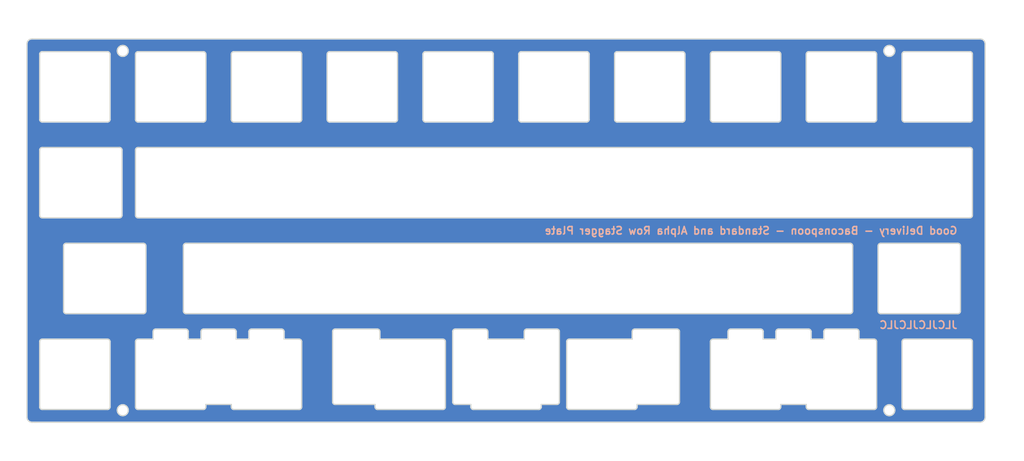
<source format=kicad_pcb>
(kicad_pcb (version 20221018) (generator pcbnew)
  (layers (0 "F.Cu" signal) (31 "B.Cu" signal) (34 "B.Paste" user) (35 "F.Paste" user) (36 "B.SilkS" user "B.Silkscreen") (37 "F.SilkS" user "F.Silkscreen") (38 "B.Mask" user) (39 "F.Mask" user) (44 "Edge.Cuts" user))
  (net 0 "")
  (gr_curve (pts (xy 107.703268 125.467492) (xy 107.97941 125.467492) (xy 108.203268 125.243634) (xy 108.203268 124.967492)) (stroke (width 0.25)) (layer "Edge.Cuts"))
  (gr_line (start 88.653263 68.317507) (end 75.653263 68.317507) (stroke (width 0.25)) (layer "Edge.Cuts"))
  (gr_curve (pts (xy 243.07826 127.99251) (xy 243.630545 127.99251) (xy 244.07826 127.544795) (xy 244.07826 126.99251)) (stroke (width 0.25)) (layer "Edge.Cuts"))
  (gr_curve (pts (xy 241.553263 124.967512) (xy 241.553263 125.243654) (xy 241.329405 125.467512) (xy 241.053263 125.467512)) (stroke (width 0.25)) (layer "Edge.Cuts"))
  (gr_curve (pts (xy 108.203268 111.967492) (xy 108.203268 111.691349) (xy 107.97941 111.467492) (xy 107.703268 111.467492)) (stroke (width 0.25)) (layer "Edge.Cuts"))
  (gr_curve (pts (xy 56.603263 87.367502) (xy 56.32712 87.367502) (xy 56.103263 87.143644) (xy 56.103263 86.867502)) (stroke (width 0.25)) (layer "Edge.Cuts"))
  (gr_line (start 72.484263 73.867502) (end 72.484263 86.867502) (stroke (width 0.25)) (layer "Edge.Cuts"))
  (gr_line (start 132.803268 54.317507) (end 145.803268 54.317507) (stroke (width 0.25)) (layer "Edge.Cuts"))
  (gr_line (start 127.253258 54.817507) (end 127.253258 67.817507) (stroke (width 0.25)) (layer "Edge.Cuts"))
  (gr_curve (pts (xy 76.733838 92.417489) (xy 77.009981 92.417489) (xy 77.233838 92.641347) (xy 77.233838 92.917489)) (stroke (width 0.25)) (layer "Edge.Cuts"))
  (gr_curve (pts (xy 183.903253 54.317507) (xy 184.179395 54.317507) (xy 184.403253 54.541364) (xy 184.403253 54.817507)) (stroke (width 0.25)) (layer "Edge.Cuts"))
  (gr_line (start 193.453253 109.4679) (end 199.453253 109.4679) (stroke (width 0.25)) (layer "Edge.Cuts"))
  (gr_line (start 113.253258 67.817507) (end 113.253258 54.817507) (stroke (width 0.25)) (layer "Edge.Cuts"))
  (gr_curve (pts (xy 85.17776 106.417509) (xy 84.901618 106.417509) (xy 84.67776 106.193651) (xy 84.67776 105.917509)) (stroke (width 0.25)) (layer "Edge.Cuts"))
  (gr_curve (pts (xy 227.553263 111.967512) (xy 227.553263 111.691369) (xy 227.77712 111.467512) (xy 228.053263 111.467512)) (stroke (width 0.25)) (layer "Edge.Cuts"))
  (gr_line (start 217.24076 106.417509) (end 85.17776 106.417509) (stroke (width 0.25)) (layer "Edge.Cuts"))
  (gr_line (start 94.703273 54.317507) (end 107.703273 54.317507) (stroke (width 0.25)) (layer "Edge.Cuts"))
  (gr_curve (pts (xy 227.553273 54.817507) (xy 227.553273 54.541364) (xy 227.77713 54.317507) (xy 228.053273 54.317507)) (stroke (width 0.25)) (layer "Edge.Cuts"))
  (gr_curve (pts (xy 158.940263 124.467895) (xy 159.216405 124.467895) (xy 159.440263 124.244038) (xy 159.440263 123.967895)) (stroke (width 0.25)) (layer "Edge.Cuts"))
  (gr_line (start 189.953253 111.467492) (end 192.953253 111.467491) (stroke (width 0.25)) (layer "Edge.Cuts"))
  (gr_line (start 94.203273 67.817507) (end 94.203273 54.817507) (stroke (width 0.25)) (layer "Edge.Cuts"))
  (gr_line (start 228.053273 54.317507) (end 241.053273 54.317507) (stroke (width 0.25)) (layer "Edge.Cuts"))
  (gr_line (start 155.828268 124.467894) (end 158.940263 124.467895) (stroke (width 0.25)) (layer "Edge.Cuts"))
  (gr_line (start 239.171741 92.917497) (end 239.171741 105.917497) (stroke (width 0.25)) (layer "Edge.Cuts"))
  (gr_line (start 152.440263 109.967895) (end 152.440263 111.467489) (stroke (width 0.25)) (layer "Edge.Cuts"))
  (gr_curve (pts (xy 94.703273 68.317507) (xy 94.42713 68.317507) (xy 94.203273 68.093649) (xy 94.203273 67.817507)) (stroke (width 0.25)) (layer "Edge.Cuts"))
  (gr_line (start 241.053253 87.367502) (end 75.653253 87.367502) (stroke (width 0.25)) (layer "Edge.Cuts"))
  (gr_line (start 107.703268 111.467492) (end 104.703268 111.467491) (stroke (width 0.25)) (layer "Edge.Cuts"))
  (gr_line (start 77.233838 92.917489) (end 77.233838 105.917489) (stroke (width 0.25)) (layer "Edge.Cuts"))
  (gr_line (start 54.578259 127.992509) (end 55.16576 127.99251) (stroke (width 0.25)) (layer "Edge.Cuts"))
  (gr_line (start 126.753258 68.317507) (end 113.753258 68.317507) (stroke (width 0.25)) (layer "Edge.Cuts"))
  (gr_line (start 209.478258 111.467491) (end 212.003248 111.467491) (stroke (width 0.25)) (layer "Edge.Cuts"))
  (gr_circle (center 72.62826 125.61126) (end 73.72826 125.61126) (stroke (width 0.25)) (fill none) (layer "Edge.Cuts"))
  (gr_line (start 222.503273 54.817507) (end 222.503273 67.817507) (stroke (width 0.25)) (layer "Edge.Cuts"))
  (gr_line (start 75.153253 86.867502) (end 75.153253 73.867502) (stroke (width 0.25)) (layer "Edge.Cuts"))
  (gr_line (start 138.216263 109.967895) (end 138.216263 123.967895) (stroke (width 0.25)) (layer "Edge.Cuts"))
  (gr_line (start 222.790741 105.917497) (end 222.790741 92.917497) (stroke (width 0.25)) (layer "Edge.Cuts"))
  (gr_line (start 71.984263 87.367502) (end 56.603263 87.367502) (stroke (width 0.25)) (layer "Edge.Cuts"))
  (gr_curve (pts (xy 146.303268 67.817507) (xy 146.303268 68.093649) (xy 146.07941 68.317507) (xy 145.803268 68.317507)) (stroke (width 0.25)) (layer "Edge.Cuts"))
  (gr_line (start 108.203268 124.967492) (end 108.203268 111.967492) (stroke (width 0.25)) (layer "Edge.Cuts"))
  (gr_line (start 88.178263 111.467491) (end 85.653273 111.467491) (stroke (width 0.25)) (layer "Edge.Cuts"))
  (gr_line (start 202.953253 125.467492) (end 189.953253 125.467492) (stroke (width 0.25)) (layer "Edge.Cuts"))
  (gr_curve (pts (xy 70.103253 67.817507) (xy 70.103253 68.093649) (xy 69.879395 68.317507) (xy 69.603253 68.317507)) (stroke (width 0.25)) (layer "Edge.Cuts"))
  (gr_curve (pts (xy 145.803268 54.317507) (xy 146.07941 54.317507) (xy 146.303268 54.541364) (xy 146.303268 54.817507)) (stroke (width 0.25)) (layer "Edge.Cuts"))
  (gr_line (start 141.828268 124.467894) (end 141.828268 124.967492) (stroke (width 0.25)) (layer "Edge.Cuts"))
  (gr_circle (center 225.02826 125.61126) (end 226.12826 125.61126) (stroke (width 0.25)) (fill none) (layer "Edge.Cuts"))
  (gr_line (start 182.816268 124.467895) (end 174.878268 124.467894) (stroke (width 0.25)) (layer "Edge.Cuts"))
  (gr_curve (pts (xy 123.753253 109.967895) (xy 123.753253 109.691753) (xy 123.529395 109.467895) (xy 123.253253 109.467895)) (stroke (width 0.25)) (layer "Edge.Cuts"))
  (gr_curve (pts (xy 183.316268 123.967895) (xy 183.316268 124.244038) (xy 183.09241 124.467895) (xy 182.816268 124.467895)) (stroke (width 0.25)) (layer "Edge.Cuts"))
  (gr_line (start 227.553273 67.817507) (end 227.553273 54.817507) (stroke (width 0.25)) (layer "Edge.Cuts"))
  (gr_line (start 123.278253 125.467492) (end 136.278253 125.467492) (stroke (width 0.25)) (layer "Edge.Cuts"))
  (gr_curve (pts (xy 208.503273 54.817507) (xy 208.503273 54.541364) (xy 208.72713 54.317507) (xy 209.003273 54.317507)) (stroke (width 0.25)) (layer "Edge.Cuts"))
  (gr_curve (pts (xy 222.003273 54.317507) (xy 222.279415 54.317507) (xy 222.503273 54.541364) (xy 222.503273 54.817507)) (stroke (width 0.25)) (layer "Edge.Cuts"))
  (gr_line (start 69.603248 125.467492) (end 56.603248 125.467492) (stroke (width 0.25)) (layer "Edge.Cuts"))
  (gr_line (start 56.103248 124.967492) (end 56.103248 111.967492) (stroke (width 0.25)) (layer "Edge.Cuts"))
  (gr_line (start 113.753258 54.317507) (end 126.753258 54.317507) (stroke (width 0.25)) (layer "Edge.Cuts"))
  (gr_line (start 192.953253 111.467491) (end 192.953253 109.9679) (stroke (width 0.25)) (layer "Edge.Cuts"))
  (gr_line (start 104.703268 111.467491) (end 104.703268 109.9679) (stroke (width 0.25)) (layer "Edge.Cuts"))
  (gr_line (start 78.653273 109.9679) (end 78.653273 111.467491) (stroke (width 0.25)) (layer "Edge.Cuts"))
  (gr_curve (pts (xy 189.453263 54.817507) (xy 189.453263 54.541364) (xy 189.67712 54.317507) (xy 189.953263 54.317507)) (stroke (width 0.25)) (layer "Edge.Cuts"))
  (gr_line (start 184.403253 54.817507) (end 184.403253 67.817507) (stroke (width 0.25)) (layer "Edge.Cuts"))
  (gr_line (start 174.378268 125.467492) (end 161.378268 125.467492) (stroke (width 0.25)) (layer "Edge.Cuts"))
  (gr_curve (pts (xy 182.816268 109.467895) (xy 183.09241 109.467895) (xy 183.316268 109.691753) (xy 183.316268 109.967895)) (stroke (width 0.25)) (layer "Edge.Cuts"))
  (gr_curve (pts (xy 136.278253 125.467492) (xy 136.554395 125.467492) (xy 136.778253 125.243634) (xy 136.778253 124.967492)) (stroke (width 0.25)) (layer "Edge.Cuts"))
  (gr_line (start 152.440263 111.467489) (end 145.216263 111.467489) (stroke (width 0.25)) (layer "Edge.Cuts"))
  (gr_line (start 189.453263 67.817507) (end 189.453263 54.817507) (stroke (width 0.25)) (layer "Edge.Cuts"))
  (gr_line (start 94.678263 109.4679) (end 88.678263 109.4679) (stroke (width 0.25)) (layer "Edge.Cuts"))
  (gr_line (start 104.203268 109.4679) (end 98.203268 109.4679) (stroke (width 0.25)) (layer "Edge.Cuts"))
  (gr_line (start 84.67776 105.917509) (end 84.67776 92.917509) (stroke (width 0.25)) (layer "Edge.Cuts"))
  (gr_line (start 212.503248 109.4679) (end 218.503248 109.4679) (stroke (width 0.25)) (layer "Edge.Cuts"))
  (gr_curve (pts (xy 165.353278 67.817507) (xy 165.353278 68.093649) (xy 165.12942 68.317507) (xy 164.853278 68.317507)) (stroke (width 0.25)) (layer "Edge.Cuts"))
  (gr_curve (pts (xy 88.653263 54.317507) (xy 88.929405 54.317507) (xy 89.153263 54.541364) (xy 89.153263 54.817507)) (stroke (width 0.25)) (layer "Edge.Cuts"))
  (gr_line (start 199.953253 111.467491) (end 202.478258 111.467491) (stroke (width 0.25)) (layer "Edge.Cuts"))
  (gr_curve (pts (xy 108.203273 67.817507) (xy 108.203273 68.093649) (xy 107.979415 68.317507) (xy 107.703273 68.317507)) (stroke (width 0.25)) (layer "Edge.Cuts"))
  (gr_line (start 89.153263 54.817507) (end 89.153263 67.817507) (stroke (width 0.25)) (layer "Edge.Cuts"))
  (gr_line (start 75.153263 67.817507) (end 75.153263 54.817507) (stroke (width 0.25)) (layer "Edge.Cuts"))
  (gr_curve (pts (xy 212.003248 109.9679) (xy 212.003248 109.691758) (xy 212.227105 109.4679) (xy 212.503248 109.4679)) (stroke (width 0.25)) (layer "Edge.Cuts"))
  (gr_curve (pts (xy 159.440263 109.967895) (xy 159.440263 109.691753) (xy 159.216405 109.467895) (xy 158.940263 109.467895)) (stroke (width 0.25)) (layer "Edge.Cuts"))
  (gr_curve (pts (xy 184.403253 67.817507) (xy 184.403253 68.093649) (xy 184.179395 68.317507) (xy 183.903253 68.317507)) (stroke (width 0.25)) (layer "Edge.Cuts"))
  (gr_line (start 189.953263 54.317507) (end 202.953263 54.317507) (stroke (width 0.25)) (layer "Edge.Cuts"))
  (gr_line (start 159.440263 123.967895) (end 159.440263 109.967895) (stroke (width 0.25)) (layer "Edge.Cuts"))
  (gr_curve (pts (xy 241.053273 54.317507) (xy 241.329415 54.317507) (xy 241.553273 54.541364) (xy 241.553273 54.817507)) (stroke (width 0.25)) (layer "Edge.Cuts"))
  (gr_line (start 75.653263 54.317507) (end 88.653263 54.317507) (stroke (width 0.25)) (layer "Edge.Cuts"))
  (gr_line (start 56.603248 111.467492) (end 69.603248 111.467492) (stroke (width 0.25)) (layer "Edge.Cuts"))
  (gr_curve (pts (xy 85.653273 109.9679) (xy 85.653273 109.691758) (xy 85.429415 109.4679) (xy 85.153273 109.4679)) (stroke (width 0.25)) (layer "Edge.Cuts"))
  (gr_curve (pts (xy 241.553253 86.867502) (xy 241.553253 87.143644) (xy 241.329395 87.367502) (xy 241.053253 87.367502)) (stroke (width 0.25)) (layer "Edge.Cuts"))
  (gr_curve (pts (xy 75.653253 87.367502) (xy 75.37711 87.367502) (xy 75.153253 87.143644) (xy 75.153253 86.867502)) (stroke (width 0.25)) (layer "Edge.Cuts"))
  (gr_line (start 123.753253 111.467512) (end 123.753253 109.967895) (stroke (width 0.25)) (layer "Edge.Cuts"))
  (gr_line (start 151.853278 54.317507) (end 164.853278 54.317507) (stroke (width 0.25)) (layer "Edge.Cuts"))
  (gr_curve (pts (xy 56.103253 54.817507) (xy 56.103253 54.541364) (xy 56.32711 54.317507) (xy 56.603253 54.317507)) (stroke (width 0.25)) (layer "Edge.Cuts"))
  (gr_curve (pts (xy 218.503248 109.4679) (xy 218.77939 109.4679) (xy 219.003248 109.691758) (xy 219.003248 109.9679)) (stroke (width 0.25)) (layer "Edge.Cuts"))
  (gr_curve (pts (xy 56.603253 68.317507) (xy 56.32711 68.317507) (xy 56.103253 68.093649) (xy 56.103253 67.817507)) (stroke (width 0.25)) (layer "Edge.Cuts"))
  (gr_curve (pts (xy 138.716263 109.467895) (xy 138.44012 109.467895) (xy 138.216263 109.691753) (xy 138.216263 109.967895)) (stroke (width 0.25)) (layer "Edge.Cuts"))
  (gr_line (start 202.953263 68.317507) (end 189.953263 68.317507) (stroke (width 0.25)) (layer "Edge.Cuts"))
  (gr_curve (pts (xy 113.753258 68.317507) (xy 113.477115 68.317507) (xy 113.253258 68.093649) (xy 113.253258 67.817507)) (stroke (width 0.25)) (layer "Edge.Cuts"))
  (gr_curve (pts (xy 75.153253 73.867502) (xy 75.153253 73.591359) (xy 75.37711 73.367502) (xy 75.653253 73.367502)) (stroke (width 0.25)) (layer "Edge.Cuts"))
  (gr_line (start 94.203268 124.467902) (end 94.203268 124.967492) (stroke (width 0.25)) (layer "Edge.Cuts"))
  (gr_curve (pts (xy 122.778253 124.967492) (xy 122.778253 125.243634) (xy 123.00211 125.467492) (xy 123.278253 125.467492)) (stroke (width 0.25)) (layer "Edge.Cuts"))
  (gr_curve (pts (xy 127.253258 67.817507) (xy 127.253258 68.093649) (xy 127.0294 68.317507) (xy 126.753258 68.317507)) (stroke (width 0.25)) (layer "Edge.Cuts"))
  (gr_line (start 241.553253 73.867502) (end 241.553253 86.867502) (stroke (width 0.25)) (layer "Edge.Cuts"))
  (gr_curve (pts (xy 151.853278 68.317507) (xy 151.577135 68.317507) (xy 151.353278 68.093649) (xy 151.353278 67.817507)) (stroke (width 0.25)) (layer "Edge.Cuts"))
  (gr_curve (pts (xy 72.484263 86.867502) (xy 72.484263 87.143644) (xy 72.260405 87.367502) (xy 71.984263 87.367502)) (stroke (width 0.25)) (layer "Edge.Cuts"))
  (gr_curve (pts (xy 239.171741 105.917497) (xy 239.171741 106.193639) (xy 238.947884 106.417497) (xy 238.671741 106.417497)) (stroke (width 0.25)) (layer "Edge.Cuts"))
  (gr_line (start 94.703268 125.467492) (end 107.703268 125.467492) (stroke (width 0.25)) (layer "Edge.Cuts"))
  (gr_line (start 78.653273 111.467491) (end 75.653258 111.467492) (stroke (width 0.25)) (layer "Edge.Cuts"))
  (gr_curve (pts (xy 69.603253 54.317507) (xy 69.879395 54.317507) (xy 70.103253 54.541364) (xy 70.103253 54.817507)) (stroke (width 0.25)) (layer "Edge.Cuts"))
  (gr_curve (pts (xy 98.203268 109.4679) (xy 97.927125 109.4679) (xy 97.703268 109.691758) (xy 97.703268 109.9679)) (stroke (width 0.25)) (layer "Edge.Cuts"))
  (gr_curve (pts (xy 222.503263 124.967492) (xy 222.503263 125.243634) (xy 222.279405 125.467492) (xy 222.003263 125.467492)) (stroke (width 0.25)) (layer "Edge.Cuts"))
  (gr_curve (pts (xy 244.07826 52.792508) (xy 244.07826 52.240223) (xy 243.630545 51.792508) (xy 243.07826 51.792508)) (stroke (width 0.25)) (layer "Edge.Cuts"))
  (gr_line (start 70.103253 54.817507) (end 70.103253 67.817507) (stroke (width 0.25)) (layer "Edge.Cuts"))
  (gr_line (start 173.903268 111.467512) (end 173.903268 109.967895) (stroke (width 0.25)) (layer "Edge.Cuts"))
  (gr_circle (center 225.02826 54.173758) (end 226.12826 54.173758) (stroke (width 0.25)) (fill none) (layer "Edge.Cuts"))
  (gr_curve (pts (xy 189.953263 68.317507) (xy 189.67712 68.317507) (xy 189.453263 68.093649) (xy 189.453263 67.817507)) (stroke (width 0.25)) (layer "Edge.Cuts"))
  (gr_line (start 223.290741 92.417497) (end 238.671741 92.417497) (stroke (width 0.25)) (layer "Edge.Cuts"))
  (gr_line (start 158.940263 109.467895) (end 152.940263 109.467895) (stroke (width 0.25)) (layer "Edge.Cuts"))
  (gr_curve (pts (xy 75.653263 68.317507) (xy 75.37712 68.317507) (xy 75.153263 68.093649) (xy 75.153263 67.817507)) (stroke (width 0.25)) (layer "Edge.Cuts"))
  (gr_line (start 241.053263 125.467512) (end 228.053263 125.467512) (stroke (width 0.25)) (layer "Edge.Cuts"))
  (gr_curve (pts (xy 209.003273 68.317507) (xy 208.72713 68.317507) (xy 208.503273 68.093649) (xy 208.503273 67.817507)) (stroke (width 0.25)) (layer "Edge.Cuts"))
  (gr_curve (pts (xy 238.671741 92.417497) (xy 238.947884 92.417497) (xy 239.171741 92.641354) (xy 239.171741 92.917497)) (stroke (width 0.25)) (layer "Edge.Cuts"))
  (gr_line (start 174.403268 109.467895) (end 182.816268 109.467895) (stroke (width 0.25)) (layer "Edge.Cuts"))
  (gr_curve (pts (xy 70.103248 124.967492) (xy 70.103248 125.243634) (xy 69.87939 125.467492) (xy 69.603248 125.467492)) (stroke (width 0.25)) (layer "Edge.Cuts"))
  (gr_curve (pts (xy 69.603248 111.467492) (xy 69.87939 111.467492) (xy 70.103248 111.691349) (xy 70.103248 111.967492)) (stroke (width 0.25)) (layer "Edge.Cuts"))
  (gr_curve (pts (xy 61.352838 106.417489) (xy 61.076696 106.417489) (xy 60.852838 106.193631) (xy 60.852838 105.917489)) (stroke (width 0.25)) (layer "Edge.Cuts"))
  (gr_curve (pts (xy 104.703268 109.9679) (xy 104.703268 109.691758) (xy 104.47941 109.4679) (xy 104.203268 109.4679)) (stroke (width 0.25)) (layer "Edge.Cuts"))
  (gr_line (start 203.453263 54.817507) (end 203.453263 67.817507) (stroke (width 0.25)) (layer "Edge.Cuts"))
  (gr_line (start 238.671741 106.417497) (end 223.290741 106.417497) (stroke (width 0.25)) (layer "Edge.Cuts"))
  (gr_curve (pts (xy 54.57826 51.792508) (xy 54.025975 51.792508) (xy 53.57826 52.240223) (xy 53.57826 52.792508)) (stroke (width 0.25)) (layer "Edge.Cuts"))
  (gr_line (start 107.703273 68.317507) (end 94.703273 68.317507) (stroke (width 0.25)) (layer "Edge.Cuts"))
  (gr_curve (pts (xy 89.153263 67.817507) (xy 89.153263 68.093649) (xy 88.929405 68.317507) (xy 88.653263 68.317507)) (stroke (width 0.25)) (layer "Edge.Cuts"))
  (gr_curve (pts (xy 56.103248 111.967492) (xy 56.103248 111.691349) (xy 56.327105 111.467492) (xy 56.603248 111.467492)) (stroke (width 0.25)) (layer "Edge.Cuts"))
  (gr_curve (pts (xy 132.803268 68.317507) (xy 132.527125 68.317507) (xy 132.303268 68.093649) (xy 132.303268 67.817507)) (stroke (width 0.25)) (layer "Edge.Cuts"))
  (gr_line (start 170.903253 54.317507) (end 183.903253 54.317507) (stroke (width 0.25)) (layer "Edge.Cuts"))
  (gr_line (start 219.003248 111.467491) (end 222.003263 111.467492) (stroke (width 0.25)) (layer "Edge.Cuts"))
  (gr_curve (pts (xy 107.703273 54.317507) (xy 107.979415 54.317507) (xy 108.203273 54.541364) (xy 108.203273 54.817507)) (stroke (width 0.25)) (layer "Edge.Cuts"))
  (gr_curve (pts (xy 152.940263 109.467895) (xy 152.66412 109.467895) (xy 152.440263 109.691753) (xy 152.440263 109.967895)) (stroke (width 0.25)) (layer "Edge.Cuts"))
  (gr_line (start 145.803268 68.317507) (end 132.803268 68.317507) (stroke (width 0.25)) (layer "Edge.Cuts"))
  (gr_line (start 69.603253 68.317507) (end 56.603253 68.317507) (stroke (width 0.25)) (layer "Edge.Cuts"))
  (gr_curve (pts (xy 192.953253 109.9679) (xy 192.953253 109.691758) (xy 193.17711 109.4679) (xy 193.453253 109.4679)) (stroke (width 0.25)) (layer "Edge.Cuts"))
  (gr_line (start 165.353278 54.817507) (end 165.353278 67.817507) (stroke (width 0.25)) (layer "Edge.Cuts"))
  (gr_line (start 76.733838 106.417489) (end 61.352838 106.417489) (stroke (width 0.25)) (layer "Edge.Cuts"))
  (gr_line (start 202.478258 111.467491) (end 202.478258 109.9679) (stroke (width 0.25)) (layer "Edge.Cuts"))
  (gr_curve (pts (xy 164.853278 54.317507) (xy 165.12942 54.317507) (xy 165.353278 54.541364) (xy 165.353278 54.817507)) (stroke (width 0.25)) (layer "Edge.Cuts"))
  (gr_line (start 85.653273 111.467491) (end 85.653273 109.9679) (stroke (width 0.25)) (layer "Edge.Cuts"))
  (gr_line (start 85.17776 92.417509) (end 217.24076 92.417509) (stroke (width 0.25)) (layer "Edge.Cuts"))
  (gr_curve (pts (xy 113.253258 54.817507) (xy 113.253258 54.541364) (xy 113.477115 54.317507) (xy 113.753258 54.317507)) (stroke (width 0.25)) (layer "Edge.Cuts"))
  (gr_curve (pts (xy 189.453253 111.967492) (xy 189.453253 111.691349) (xy 189.67711 111.467492) (xy 189.953253 111.467492)) (stroke (width 0.25)) (layer "Edge.Cuts"))
  (gr_curve (pts (xy 203.453253 124.967492) (xy 203.453253 125.243634) (xy 203.229395 125.467492) (xy 202.953253 125.467492)) (stroke (width 0.25)) (layer "Edge.Cuts"))
  (gr_line (start 209.003273 54.317507) (end 222.003273 54.317507) (stroke (width 0.25)) (layer "Edge.Cuts"))
  (gr_curve (pts (xy 161.378268 125.467492) (xy 161.102125 125.467492) (xy 160.878268 125.243634) (xy 160.878268 124.967492)) (stroke (width 0.25)) (layer "Edge.Cuts"))
  (gr_line (start 219.003248 109.9679) (end 219.003248 111.467491) (stroke (width 0.25)) (layer "Edge.Cuts"))
  (gr_line (start 151.353278 67.817507) (end 151.353278 54.817507) (stroke (width 0.25)) (layer "Edge.Cuts"))
  (gr_line (start 138.716263 124.467895) (end 141.828268 124.467894) (stroke (width 0.25)) (layer "Edge.Cuts"))
  (gr_curve (pts (xy 94.203268 124.967492) (xy 94.203268 125.243634) (xy 94.427125 125.467492) (xy 94.703268 125.467492)) (stroke (width 0.25)) (layer "Edge.Cuts"))
  (gr_line (start 75.153258 111.967492) (end 75.153258 124.967492) (stroke (width 0.25)) (layer "Edge.Cuts"))
  (gr_curve (pts (xy 75.153263 54.817507) (xy 75.153263 54.541364) (xy 75.37712 54.317507) (xy 75.653263 54.317507)) (stroke (width 0.25)) (layer "Edge.Cuts"))
  (gr_curve (pts (xy 241.053263 111.467512) (xy 241.329405 111.467512) (xy 241.553263 111.691369) (xy 241.553263 111.967512)) (stroke (width 0.25)) (layer "Edge.Cuts"))
  (gr_curve (pts (xy 138.216263 123.967895) (xy 138.216263 124.244038) (xy 138.44012 124.467895) (xy 138.716263 124.467895)) (stroke (width 0.25)) (layer "Edge.Cuts"))
  (gr_line (start 183.903253 68.317507) (end 170.903253 68.317507) (stroke (width 0.25)) (layer "Edge.Cuts"))
  (gr_curve (pts (xy 202.478258 109.9679) (xy 202.478258 109.691758) (xy 202.702115 109.4679) (xy 202.978258 109.4679)) (stroke (width 0.25)) (layer "Edge.Cuts"))
  (gr_curve (pts (xy 114.840253 109.467895) (xy 114.56411 109.467895) (xy 114.340253 109.691753) (xy 114.340253 109.967895)) (stroke (width 0.25)) (layer "Edge.Cuts"))
  (gr_line (start 208.503263 124.967492) (end 208.503263 124.467902) (stroke (width 0.25)) (layer "Edge.Cuts"))
  (gr_line (start 208.503263 124.467902) (end 203.453253 124.467902) (stroke (width 0.25)) (layer "Edge.Cuts"))
  (gr_curve (pts (xy 94.203273 54.817507) (xy 94.203273 54.541364) (xy 94.42713 54.317507) (xy 94.703273 54.317507)) (stroke (width 0.25)) (layer "Edge.Cuts"))
  (gr_line (start 174.878268 124.467894) (end 174.878268 124.967492) (stroke (width 0.25)) (layer "Edge.Cuts"))
  (gr_line (start 244.07826 126.99251) (end 244.07826 52.792508) (stroke (width 0.25)) (layer "Edge.Cuts"))
  (gr_line (start 97.703268 111.467491) (end 95.178263 111.467491) (stroke (width 0.25)) (layer "Edge.Cuts"))
  (gr_curve (pts (xy 84.67776 92.917509) (xy 84.67776 92.641367) (xy 84.901618 92.417509) (xy 85.17776 92.417509)) (stroke (width 0.25)) (layer "Edge.Cuts"))
  (gr_line (start 199.953253 109.9679) (end 199.953253 111.467491) (stroke (width 0.25)) (layer "Edge.Cuts"))
  (gr_curve (pts (xy 95.178263 109.9679) (xy 95.178263 109.691758) (xy 94.954405 109.4679) (xy 94.678263 109.4679)) (stroke (width 0.25)) (layer "Edge.Cuts"))
  (gr_line (start 212.003248 111.467491) (end 212.003248 109.9679) (stroke (width 0.25)) (layer "Edge.Cuts"))
  (gr_line (start 222.003273 68.317507) (end 209.003273 68.317507) (stroke (width 0.25)) (layer "Edge.Cuts"))
  (gr_line (start 161.378268 111.467492) (end 173.903268 111.467512) (stroke (width 0.25)) (layer "Edge.Cuts"))
  (gr_line (start 241.053273 68.317507) (end 228.053273 68.317507) (stroke (width 0.25)) (layer "Edge.Cuts"))
  (gr_line (start 164.853278 68.317507) (end 151.853278 68.317507) (stroke (width 0.25)) (layer "Edge.Cuts"))
  (gr_line (start 56.603253 54.317507) (end 69.603253 54.317507) (stroke (width 0.25)) (layer "Edge.Cuts"))
  (gr_line (start 209.478258 109.9679) (end 209.478258 111.467491) (stroke (width 0.25)) (layer "Edge.Cuts"))
  (gr_curve (pts (xy 173.903268 109.967895) (xy 173.903268 109.691753) (xy 174.127125 109.467895) (xy 174.403268 109.467895)) (stroke (width 0.25)) (layer "Edge.Cuts"))
  (gr_line (start 55.16576 127.99251) (end 243.07826 127.99251) (stroke (width 0.25)) (layer "Edge.Cuts"))
  (gr_curve (pts (xy 145.216263 109.967895) (xy 145.216263 109.691753) (xy 144.992405 109.467895) (xy 144.716263 109.467895)) (stroke (width 0.25)) (layer "Edge.Cuts"))
  (gr_curve (pts (xy 174.878268 124.967492) (xy 174.878268 125.243634) (xy 174.65441 125.467492) (xy 174.378268 125.467492)) (stroke (width 0.25)) (layer "Edge.Cuts"))
  (gr_line (start 243.07826 51.792508) (end 54.57826 51.792508) (stroke (width 0.25)) (layer "Edge.Cuts"))
  (gr_line (start 123.253253 109.467895) (end 114.840253 109.467895) (stroke (width 0.25)) (layer "Edge.Cuts"))
  (gr_line (start 241.553273 54.817507) (end 241.553273 67.817507) (stroke (width 0.25)) (layer "Edge.Cuts"))
  (gr_line (start 142.328268 125.467492) (end 155.328268 125.467492) (stroke (width 0.25)) (layer "Edge.Cuts"))
  (gr_curve (pts (xy 202.953263 54.317507) (xy 203.229405 54.317507) (xy 203.453263 54.541364) (xy 203.453263 54.817507)) (stroke (width 0.25)) (layer "Edge.Cuts"))
  (gr_curve (pts (xy 53.57826 126.992509) (xy 53.57826 127.544794) (xy 54.025975 127.992509) (xy 54.578259 127.992509)) (stroke (width 0.25)) (layer "Edge.Cuts"))
  (gr_line (start 114.840253 124.467895) (end 122.778253 124.467894) (stroke (width 0.25)) (layer "Edge.Cuts"))
  (gr_line (start 89.153258 124.967492) (end 89.153258 124.467902) (stroke (width 0.25)) (layer "Edge.Cuts"))
  (gr_line (start 85.153273 109.4679) (end 79.153273 109.4679) (stroke (width 0.25)) (layer "Edge.Cuts"))
  (gr_curve (pts (xy 141.828268 124.967492) (xy 141.828268 125.243634) (xy 142.052125 125.467492) (xy 142.328268 125.467492)) (stroke (width 0.25)) (layer "Edge.Cuts"))
  (gr_line (start 136.278253 111.467492) (end 123.753253 111.467512) (stroke (width 0.25)) (layer "Edge.Cuts"))
  (gr_curve (pts (xy 228.053273 68.317507) (xy 227.77713 68.317507) (xy 227.553273 68.093649) (xy 227.553273 67.817507)) (stroke (width 0.25)) (layer "Edge.Cuts"))
  (gr_curve (pts (xy 241.053253 73.367502) (xy 241.329395 73.367502) (xy 241.553253 73.591359) (xy 241.553253 73.867502)) (stroke (width 0.25)) (layer "Edge.Cuts"))
  (gr_line (start 88.178263 109.9679) (end 88.178263 111.467491) (stroke (width 0.25)) (layer "Edge.Cuts"))
  (gr_curve (pts (xy 217.24076 92.417509) (xy 217.516903 92.417509) (xy 217.74076 92.641367) (xy 217.74076 92.917509)) (stroke (width 0.25)) (layer "Edge.Cuts"))
  (gr_line (start 122.778253 124.467894) (end 122.778253 124.967492) (stroke (width 0.25)) (layer "Edge.Cuts"))
  (gr_line (start 189.453253 124.967492) (end 189.453253 111.967492) (stroke (width 0.25)) (layer "Edge.Cuts"))
  (gr_curve (pts (xy 222.790741 92.917497) (xy 222.790741 92.641354) (xy 223.014599 92.417497) (xy 223.290741 92.417497)) (stroke (width 0.25)) (layer "Edge.Cuts"))
  (gr_line (start 208.503273 67.817507) (end 208.503273 54.817507) (stroke (width 0.25)) (layer "Edge.Cuts"))
  (gr_line (start 75.653258 125.467492) (end 88.653258 125.467492) (stroke (width 0.25)) (layer "Edge.Cuts"))
  (gr_curve (pts (xy 126.753258 54.317507) (xy 127.0294 54.317507) (xy 127.253258 54.541364) (xy 127.253258 54.817507)) (stroke (width 0.25)) (layer "Edge.Cuts"))
  (gr_curve (pts (xy 160.878268 111.967492) (xy 160.878268 111.691349) (xy 161.102125 111.467492) (xy 161.378268 111.467492)) (stroke (width 0.25)) (layer "Edge.Cuts"))
  (gr_curve (pts (xy 71.984263 73.367502) (xy 72.260405 73.367502) (xy 72.484263 73.591359) (xy 72.484263 73.867502)) (stroke (width 0.25)) (layer "Edge.Cuts"))
  (gr_line (start 146.303268 54.817507) (end 146.303268 67.817507) (stroke (width 0.25)) (layer "Edge.Cuts"))
  (gr_curve (pts (xy 208.978258 109.4679) (xy 209.2544 109.4679) (xy 209.478258 109.691758) (xy 209.478258 109.9679)) (stroke (width 0.25)) (layer "Edge.Cuts"))
  (gr_line (start 145.216263 111.467489) (end 145.216263 109.967895) (stroke (width 0.25)) (layer "Edge.Cuts"))
  (gr_curve (pts (xy 77.233838 105.917489) (xy 77.233838 106.193631) (xy 77.009981 106.417489) (xy 76.733838 106.417489)) (stroke (width 0.25)) (layer "Edge.Cuts"))
  (gr_line (start 183.316268 109.967895) (end 183.316268 123.967895) (stroke (width 0.25)) (layer "Edge.Cuts"))
  (gr_line (start 61.352838 92.417489) (end 76.733838 92.417489) (stroke (width 0.25)) (layer "Edge.Cuts"))
  (gr_line (start 170.403253 67.817507) (end 170.403253 54.817507) (stroke (width 0.25)) (layer "Edge.Cuts"))
  (gr_line (start 222.003263 125.467492) (end 209.003263 125.467492) (stroke (width 0.25)) (layer "Edge.Cuts"))
  (gr_curve (pts (xy 222.503273 67.817507) (xy 222.503273 68.093649) (xy 222.279415 68.317507) (xy 222.003273 68.317507)) (stroke (width 0.25)) (layer "Edge.Cuts"))
  (gr_line (start 241.553263 111.967512) (end 241.553263 124.967512) (stroke (width 0.25)) (layer "Edge.Cuts"))
  (gr_line (start 108.203273 54.817507) (end 108.203273 67.817507) (stroke (width 0.25)) (layer "Edge.Cuts"))
  (gr_line (start 136.778253 124.967492) (end 136.778253 111.967492) (stroke (width 0.25)) (layer "Edge.Cuts"))
  (gr_line (start 56.103263 86.867502) (end 56.103263 73.867502) (stroke (width 0.25)) (layer "Edge.Cuts"))
  (gr_curve (pts (xy 199.453253 109.4679) (xy 199.729395 109.4679) (xy 199.953253 109.691758) (xy 199.953253 109.9679)) (stroke (width 0.25)) (layer "Edge.Cuts"))
  (gr_line (start 53.57826 52.792508) (end 53.57826 126.992509) (stroke (width 0.25)) (layer "Edge.Cuts"))
  (gr_line (start 203.453253 124.467902) (end 203.453253 124.967492) (stroke (width 0.25)) (layer "Edge.Cuts"))
  (gr_line (start 95.178263 111.467491) (end 95.178263 109.9679) (stroke (width 0.25)) (layer "Edge.Cuts"))
  (gr_circle (center 72.62826 54.173758) (end 73.72826 54.173758) (stroke (width 0.25)) (fill none) (layer "Edge.Cuts"))
  (gr_curve (pts (xy 75.653258 111.467492) (xy 75.377115 111.467492) (xy 75.153258 111.691349) (xy 75.153258 111.967492)) (stroke (width 0.25)) (layer "Edge.Cuts"))
  (gr_line (start 222.503263 111.967492) (end 222.503263 124.967492) (stroke (width 0.25)) (layer "Edge.Cuts"))
  (gr_curve (pts (xy 217.74076 105.917509) (xy 217.74076 106.193651) (xy 217.516903 106.417509) (xy 217.24076 106.417509)) (stroke (width 0.25)) (layer "Edge.Cuts"))
  (gr_curve (pts (xy 136.778253 111.967492) (xy 136.778253 111.691349) (xy 136.554395 111.467492) (xy 136.278253 111.467492)) (stroke (width 0.25)) (layer "Edge.Cuts"))
  (gr_curve (pts (xy 209.003263 125.467492) (xy 208.72712 125.467492) (xy 208.503263 125.243634) (xy 208.503263 124.967492)) (stroke (width 0.25)) (layer "Edge.Cuts"))
  (gr_line (start 132.303268 67.817507) (end 132.303268 54.817507) (stroke (width 0.25)) (layer "Edge.Cuts"))
  (gr_line (start 202.978258 109.4679) (end 208.978258 109.4679) (stroke (width 0.25)) (layer "Edge.Cuts"))
  (gr_line (start 114.340253 109.967895) (end 114.340253 123.967895) (stroke (width 0.25)) (layer "Edge.Cuts"))
  (gr_line (start 144.716263 109.467895) (end 138.716263 109.467895) (stroke (width 0.25)) (layer "Edge.Cuts"))
  (gr_curve (pts (xy 56.103263 73.867502) (xy 56.103263 73.591359) (xy 56.32712 73.367502) (xy 56.603263 73.367502)) (stroke (width 0.25)) (layer "Edge.Cuts"))
  (gr_curve (pts (xy 88.653258 125.467492) (xy 88.9294 125.467492) (xy 89.153258 125.243634) (xy 89.153258 124.967492)) (stroke (width 0.25)) (layer "Edge.Cuts"))
  (gr_line (start 56.103253 67.817507) (end 56.103253 54.817507) (stroke (width 0.25)) (layer "Edge.Cuts"))
  (gr_line (start 70.103248 111.967492) (end 70.103248 124.967492) (stroke (width 0.25)) (layer "Edge.Cuts"))
  (gr_curve (pts (xy 155.328268 125.467492) (xy 155.60441 125.467492) (xy 155.828268 125.243634) (xy 155.828268 124.967492)) (stroke (width 0.25)) (layer "Edge.Cuts"))
  (gr_curve (pts (xy 60.852838 92.917489) (xy 60.852838 92.641347) (xy 61.076696 92.417489) (xy 61.352838 92.417489)) (stroke (width 0.25)) (layer "Edge.Cuts"))
  (gr_curve (pts (xy 75.153258 124.967492) (xy 75.153258 125.243634) (xy 75.377115 125.467492) (xy 75.653258 125.467492)) (stroke (width 0.25)) (layer "Edge.Cuts"))
  (gr_curve (pts (xy 228.053263 125.467512) (xy 227.77712 125.467512) (xy 227.553263 125.243654) (xy 227.553263 124.967512)) (stroke (width 0.25)) (layer "Edge.Cuts"))
  (gr_curve (pts (xy 56.603248 125.467492) (xy 56.327105 125.467492) (xy 56.103248 125.243634) (xy 56.103248 124.967492)) (stroke (width 0.25)) (layer "Edge.Cuts"))
  (gr_curve (pts (xy 241.553273 67.817507) (xy 241.553273 68.093649) (xy 241.329415 68.317507) (xy 241.053273 68.317507)) (stroke (width 0.25)) (layer "Edge.Cuts"))
  (gr_line (start 155.828268 124.967492) (end 155.828268 124.467894) (stroke (width 0.25)) (layer "Edge.Cuts"))
  (gr_curve (pts (xy 88.678263 109.4679) (xy 88.40212 109.4679) (xy 88.178263 109.691758) (xy 88.178263 109.9679)) (stroke (width 0.25)) (layer "Edge.Cuts"))
  (gr_line (start 160.878268 124.967492) (end 160.878268 111.967492) (stroke (width 0.25)) (layer "Edge.Cuts"))
  (gr_curve (pts (xy 132.303268 54.817507) (xy 132.303268 54.541364) (xy 132.527125 54.317507) (xy 132.803268 54.317507)) (stroke (width 0.25)) (layer "Edge.Cuts"))
  (gr_curve (pts (xy 170.903253 68.317507) (xy 170.62711 68.317507) (xy 170.403253 68.093649) (xy 170.403253 67.817507)) (stroke (width 0.25)) (layer "Edge.Cuts"))
  (gr_line (start 217.74076 92.917509) (end 217.74076 105.917509) (stroke (width 0.25)) (layer "Edge.Cuts"))
  (gr_line (start 75.653253 73.367502) (end 241.053253 73.367502) (stroke (width 0.25)) (layer "Edge.Cuts"))
  (gr_curve (pts (xy 79.153273 109.4679) (xy 78.87713 109.4679) (xy 78.653273 109.691758) (xy 78.653273 109.9679)) (stroke (width 0.25)) (layer "Edge.Cuts"))
  (gr_curve (pts (xy 222.003263 111.467492) (xy 222.279405 111.467492) (xy 222.503263 111.691349) (xy 222.503263 111.967492)) (stroke (width 0.25)) (layer "Edge.Cuts"))
  (gr_curve (pts (xy 203.453263 67.817507) (xy 203.453263 68.093649) (xy 203.229405 68.317507) (xy 202.953263 68.317507)) (stroke (width 0.25)) (layer "Edge.Cuts"))
  (gr_line (start 228.053263 111.467512) (end 241.053263 111.467512) (stroke (width 0.25)) (layer "Edge.Cuts"))
  (gr_line (start 97.703268 109.9679) (end 97.703268 111.467491) (stroke (width 0.25)) (layer "Edge.Cuts"))
  (gr_line (start 56.603263 73.367502) (end 71.984263 73.367502) (stroke (width 0.25)) (layer "Edge.Cuts"))
  (gr_curve (pts (xy 151.353278 54.817507) (xy 151.353278 54.541364) (xy 151.577135 54.317507) (xy 151.853278 54.317507)) (stroke (width 0.25)) (layer "Edge.Cuts"))
  (gr_line (start 227.553263 124.967512) (end 227.553263 111.967512) (stroke (width 0.25)) (layer "Edge.Cuts"))
  (gr_curve (pts (xy 170.403253 54.817507) (xy 170.403253 54.541364) (xy 170.62711 54.317507) (xy 170.903253 54.317507)) (stroke (width 0.25)) (layer "Edge.Cuts"))
  (gr_line (start 89.153258 124.467902) (end 94.203268 124.467902) (stroke (width 0.25)) (layer "Edge.Cuts"))
  (gr_curve (pts (xy 223.290741 106.417497) (xy 223.014599 106.417497) (xy 222.790741 106.193639) (xy 222.790741 105.917497)) (stroke (width 0.25)) (layer "Edge.Cuts"))
  (gr_curve (pts (xy 189.953253 125.467492) (xy 189.67711 125.467492) (xy 189.453253 125.243634) (xy 189.453253 124.967492)) (stroke (width 0.25)) (layer "Edge.Cuts"))
  (gr_curve (pts (xy 114.340253 123.967895) (xy 114.340253 124.244038) (xy 114.56411 124.467895) (xy 114.840253 124.467895)) (stroke (width 0.25)) (layer "Edge.Cuts"))
  (gr_line (start 60.852838 105.917489) (end 60.852838 92.917489) (stroke (width 0.25)) (layer "Edge.Cuts"))
  (gr_text "JLCJLCJLCJLC" (at 238.720914 109.537776) (layer "B.SilkS") (effects (font (size 1.5 1.5) (thickness 0.3) bold) (justify left bottom mirror)))
  (gr_text "Good Delivery - Baconspoon - Standard and Alpha Row Stagger Plate " (at 238.720914 90.785385) (layer "B.SilkS") (effects (font (size 1.5 1.5) (thickness 0.3) bold) (justify left bottom mirror)))
  (zone (net 0) (net_name "") (layers "F&B.Cu") (connect_pads (clearance 0.5)) (min_thickness 0.25) (fill yes (thermal_gap 0.5) (thermal_bridge_width 0.5) (island_removal_mode 1) (island_area_min 10))
    (polygon (pts (xy 48.220353 44.053162) (xy 251.817399 44.053162) (xy 251.817399 135.731364) (xy 48.815666 135.731364)))
  )
)
</source>
